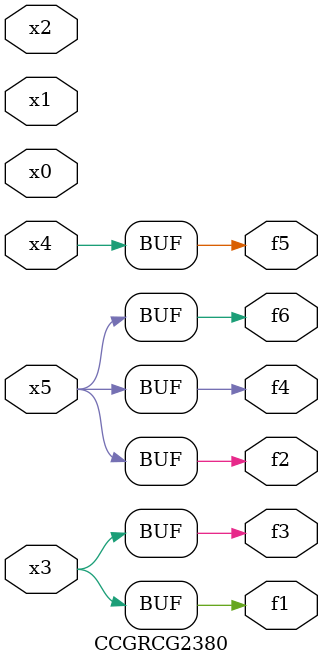
<source format=v>
module CCGRCG2380(
	input x0, x1, x2, x3, x4, x5,
	output f1, f2, f3, f4, f5, f6
);
	assign f1 = x3;
	assign f2 = x5;
	assign f3 = x3;
	assign f4 = x5;
	assign f5 = x4;
	assign f6 = x5;
endmodule

</source>
